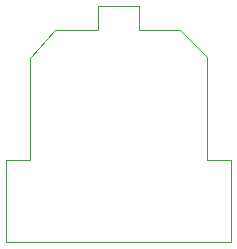
<source format=gm1>
G04 #@! TF.GenerationSoftware,KiCad,Pcbnew,(6.0.0)*
G04 #@! TF.CreationDate,2021-12-31T14:26:10+01:00*
G04 #@! TF.ProjectId,marklin-v100-led-front-pcb,6d61726b-6c69-46e2-9d76-3130302d6c65,0.1*
G04 #@! TF.SameCoordinates,Original*
G04 #@! TF.FileFunction,Profile,NP*
%FSLAX46Y46*%
G04 Gerber Fmt 4.6, Leading zero omitted, Abs format (unit mm)*
G04 Created by KiCad (PCBNEW (6.0.0)) date 2021-12-31 14:26:10*
%MOMM*%
%LPD*%
G01*
G04 APERTURE LIST*
G04 #@! TA.AperFunction,Profile*
%ADD10C,0.100000*%
G04 #@! TD*
G04 APERTURE END LIST*
D10*
X113540000Y-73257500D02*
X111540000Y-73257500D01*
X111540000Y-64557500D02*
X111540000Y-73257500D01*
X105740000Y-62257500D02*
X109240000Y-62257500D01*
X102340000Y-62257500D02*
X102340000Y-60257500D01*
X102340000Y-62257500D02*
X98640000Y-62257500D01*
X105740000Y-60257500D02*
X105740000Y-62257500D01*
X96540000Y-64657500D02*
X96540000Y-73257500D01*
X94540000Y-80257500D02*
X113540000Y-80257500D01*
X94540000Y-73257500D02*
X96540000Y-73257500D01*
X113540000Y-80257500D02*
X113540000Y-73257500D01*
X94540000Y-80257500D02*
X94540000Y-73257500D01*
X102340000Y-60257500D02*
X105740000Y-60257500D01*
X109240000Y-62257500D02*
X111540000Y-64557500D01*
X98640000Y-62257500D02*
X96540000Y-64657500D01*
M02*

</source>
